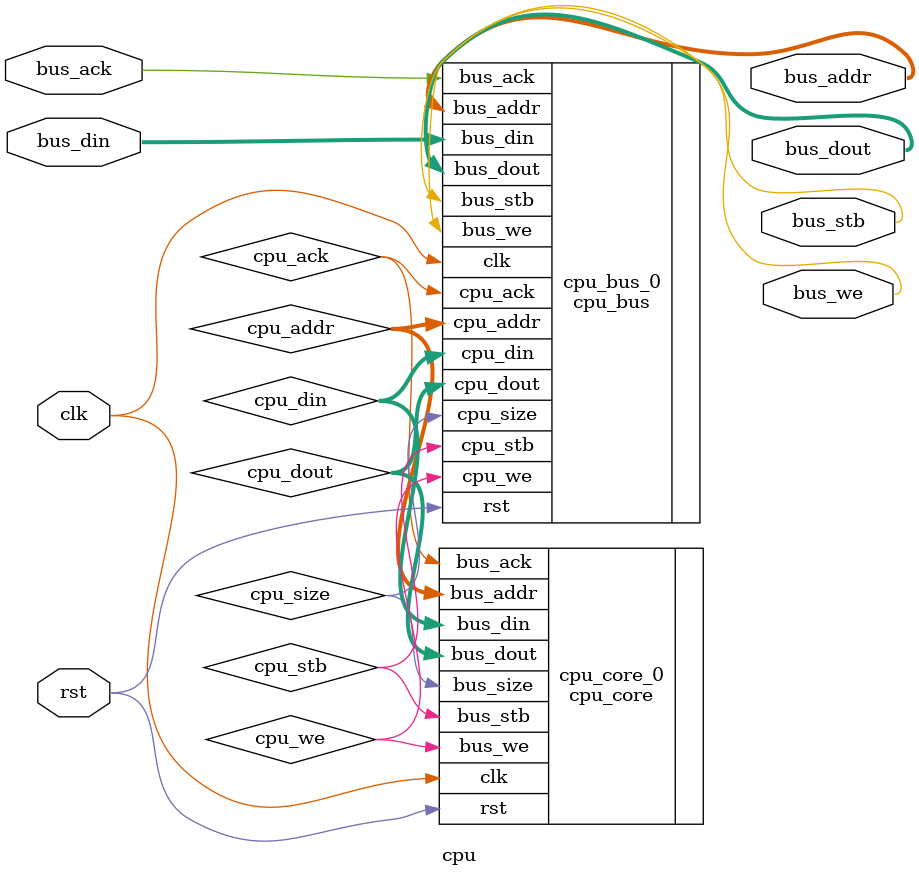
<source format=v>


`timescale 1ns / 1ps
`default_nettype none


module cpu(clk, rst,
           bus_stb, bus_we, bus_addr,
           bus_din, bus_dout, bus_ack);
    input clk;				// system clock
    input rst;				// system reset
    output bus_stb;			// bus strobe
    output bus_we;			// bus write enable
    output [23:2] bus_addr;		// bus address (word address)
    input [31:0] bus_din;		// bus data input, for reads
    output [31:0] bus_dout;		// bus data output, for writes
    input bus_ack;			// bus acknowledge

  wire cpu_stb;
  wire cpu_we;
  wire cpu_size;
  wire [23:0] cpu_addr;
  wire [31:0] cpu_din;
  wire [31:0] cpu_dout;
  wire cpu_ack;

  cpu_bus cpu_bus_0(
    .clk(clk),
    .rst(rst),
    .bus_stb(bus_stb),
    .bus_we(bus_we),
    .bus_addr(bus_addr[23:2]),
    .bus_din(bus_din[31:0]),
    .bus_dout(bus_dout[31:0]),
    .bus_ack(bus_ack),
    .cpu_stb(cpu_stb),
    .cpu_we(cpu_we),
    .cpu_size(cpu_size),
    .cpu_addr(cpu_addr[23:0]),
    .cpu_din(cpu_din[31:0]),
    .cpu_dout(cpu_dout[31:0]),
    .cpu_ack(cpu_ack)
  );

  cpu_core cpu_core_0(
    .clk(clk),
    .rst(rst),
    .bus_stb(cpu_stb),
    .bus_we(cpu_we),
    .bus_size(cpu_size),
    .bus_addr(cpu_addr[23:0]),
    .bus_din(cpu_din[31:0]),
    .bus_dout(cpu_dout[31:0]),
    .bus_ack(cpu_ack)
  );

endmodule

</source>
